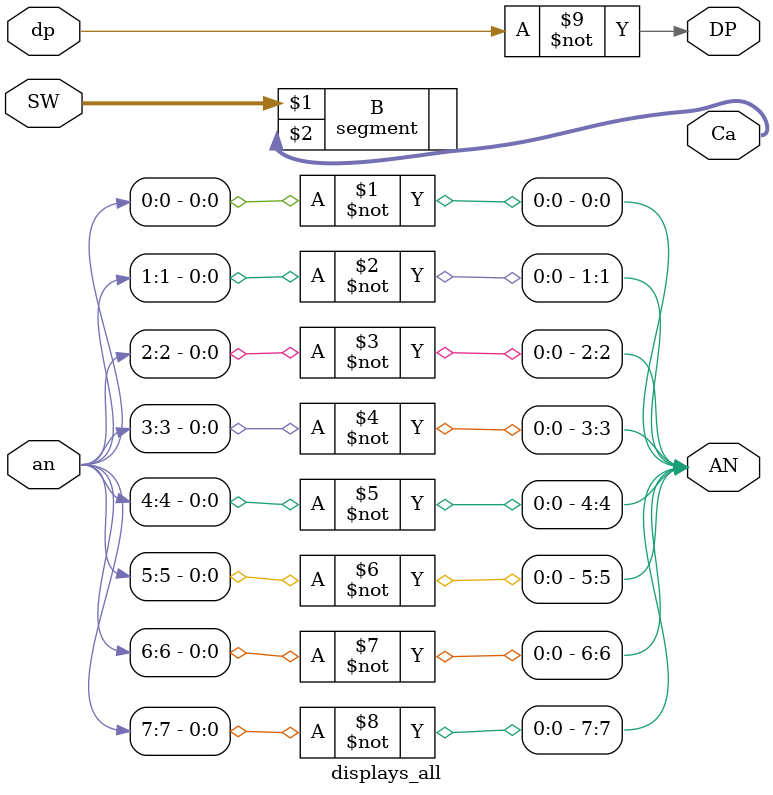
<source format=v>
`timescale 1ns / 1ps

// Author      : Venu Pabbuleti 
// ID          : N180116
//Branch       : ECE
//Project Name : IMPLIMENTATION OF DESIGN USING VERILOG ON NEXY 4 DDR FPGA BOARD
//Design  Name : Binary to Hexa Converter with 8 displays
//Module  Name : displays_all
//RGUKT NUZVID 
//////////////////////////////////////////////////////////////////////////////////


module displays_all(SW,an,dp,DP,AN,Ca);
input [3:0]SW;
input dp; // To change the point in display
input [7:0]an;//To activate the certain display based on taken from the switches
output [7:0]AN;
output [6:0]Ca;
output DP;

assign AN = {~an[7],~an[6],~an[5],~an[4],~an[3],~an[2],~an[1],~an[0]};
assign DP = ~dp;
segment B(SW,Ca);
endmodule
</source>
